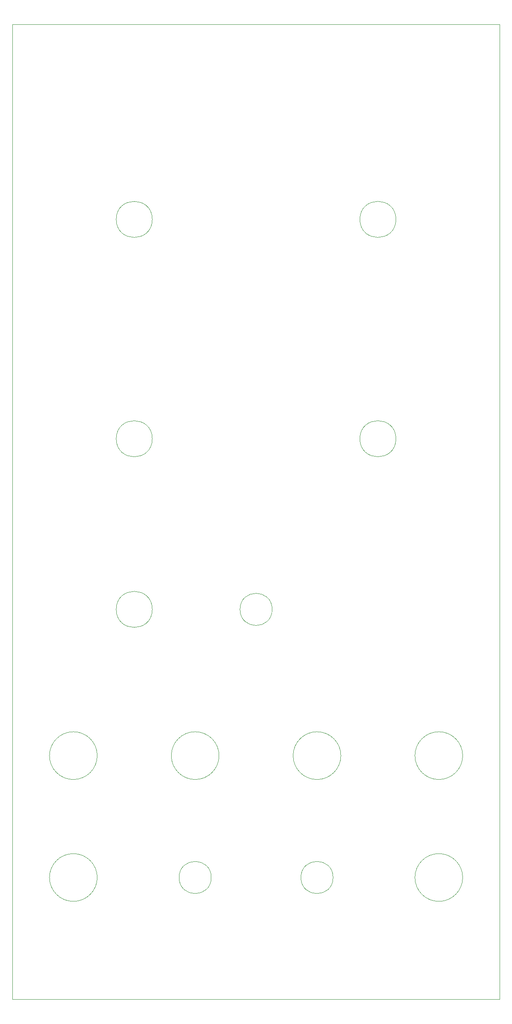
<source format=gm1>
G04 #@! TF.GenerationSoftware,KiCad,Pcbnew,7.0.2-6a45011f42~172~ubuntu22.04.1*
G04 #@! TF.CreationDate,2023-05-18T09:52:10-04:00*
G04 #@! TF.ProjectId,springReverbRev2_panel,73707269-6e67-4526-9576-657262526576,rev?*
G04 #@! TF.SameCoordinates,Original*
G04 #@! TF.FileFunction,Profile,NP*
%FSLAX46Y46*%
G04 Gerber Fmt 4.6, Leading zero omitted, Abs format (unit mm)*
G04 Created by KiCad (PCBNEW 7.0.2-6a45011f42~172~ubuntu22.04.1) date 2023-05-18 09:52:10*
%MOMM*%
%LPD*%
G01*
G04 APERTURE LIST*
G04 #@! TA.AperFunction,Profile*
%ADD10C,0.100000*%
G04 #@! TD*
G04 #@! TA.AperFunction,Profile*
%ADD11C,0.050000*%
G04 #@! TD*
G04 APERTURE END LIST*
D10*
X0Y0D02*
X100000000Y0D01*
X100000000Y200000000D02*
X0Y200000000D01*
X0Y200000000D02*
X0Y0D01*
X100000000Y0D02*
X100000000Y200000000D01*
D11*
G04 #@! TO.C,H9*
X53300000Y80000000D02*
G75*
G03*
X53300000Y80000000I-3300000J0D01*
G01*
G04 #@! TO.C,H10*
X78700000Y160000000D02*
G75*
G03*
X78700000Y160000000I-3700000J0D01*
G01*
G04 #@! TO.C,H1*
X17400000Y50000000D02*
G75*
G03*
X17400000Y50000000I-4900000J0D01*
G01*
G04 #@! TO.C,H2*
X17400000Y25000000D02*
G75*
G03*
X17400000Y25000000I-4900000J0D01*
G01*
G04 #@! TO.C,H3*
X42400000Y50000000D02*
G75*
G03*
X42400000Y50000000I-4900000J0D01*
G01*
G04 #@! TO.C,H4*
X92400000Y50000000D02*
G75*
G03*
X92400000Y50000000I-4900000J0D01*
G01*
G04 #@! TO.C,H5*
X67400000Y50000000D02*
G75*
G03*
X67400000Y50000000I-4900000J0D01*
G01*
G04 #@! TO.C,H6*
X92400000Y25000000D02*
G75*
G03*
X92400000Y25000000I-4900000J0D01*
G01*
G04 #@! TO.C,H18*
X40800000Y25000000D02*
G75*
G03*
X40800000Y25000000I-3300000J0D01*
G01*
G04 #@! TO.C,H15*
X28700000Y115000000D02*
G75*
G03*
X28700000Y115000000I-3700000J0D01*
G01*
G04 #@! TO.C,H17*
X65800000Y25000000D02*
G75*
G03*
X65800000Y25000000I-3300000J0D01*
G01*
G04 #@! TO.C,H8*
X28700000Y80000000D02*
G75*
G03*
X28700000Y80000000I-3700000J0D01*
G01*
G04 #@! TO.C,H16*
X78700000Y115000000D02*
G75*
G03*
X78700000Y115000000I-3700000J0D01*
G01*
G04 #@! TO.C,H7*
X28700000Y160000000D02*
G75*
G03*
X28700000Y160000000I-3700000J0D01*
G01*
G04 #@! TD*
M02*

</source>
